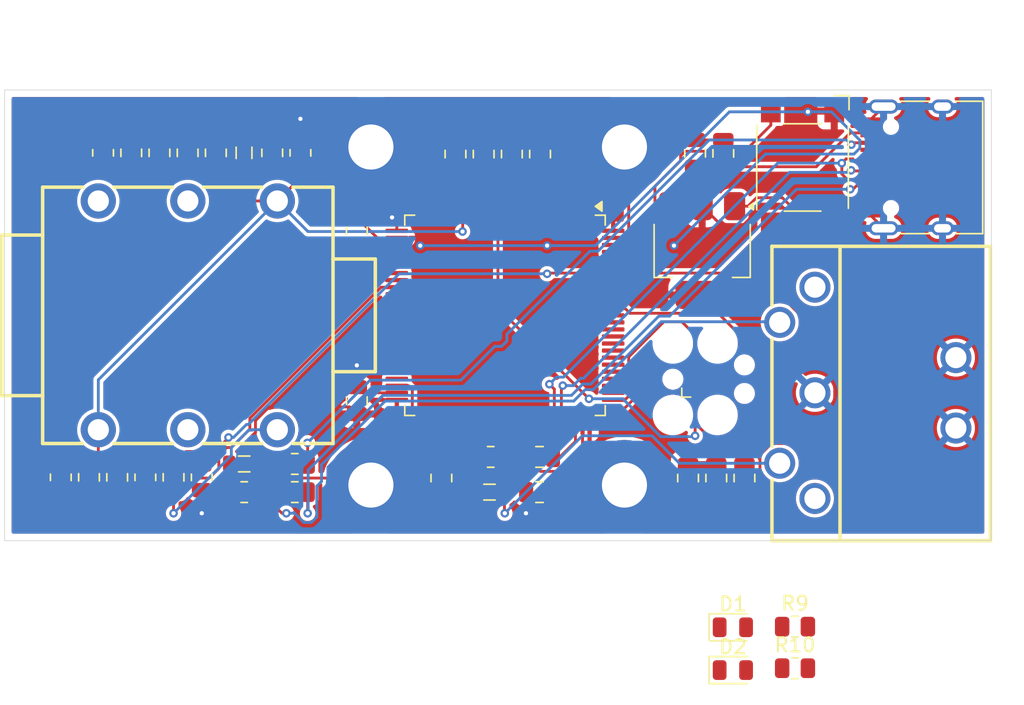
<source format=kicad_pcb>
(kicad_pcb (version 20241229) (generator "pcbnew") (generator_version "9.0")
  (layers (0 "F.Cu" signal) (2 "B.Cu" signal) (13 "F.Paste" user) (15 "B.Paste" user) (5 "F.SilkS" user "F.Silkscreen") (7 "B.SilkS" user "B.Silkscreen") (1 "F.Mask" user) (3 "B.Mask" user) (25 "Edge.Cuts" user))
  (net 0 "")
  (net 1 "GND")
  (net 2 "+3V3")
  (net 3 "Net-(J1-~{RESET})")
  (net 4 "SWO")
  (net 5 "SWDIO")
  (net 6 "SWCLK")
  (net 7 "Net-(CN1-T)")
  (net 13 "Net-(C14-Pad1)")
  (net 14 "Net-(C16-Pad1)")
  (net 16 "Net-(U3-VI)")
  (net 17 "Net-(U2-PB0)")
  (net 18 "Net-(U2-PC4)")
  (net 19 "Net-(U2-PA7)")
  (net 20 "Net-(J2-CC2)")
  (net 22 "Net-(U2-PA11)")
  (net 23 "Net-(U2-PA9)")
  (net 24 "Net-(U2-BOOT0)")
  (net 32 "Net-(U2-PA12)")
  (net 39 "Net-(J2-CC1)")
  (net 78 "Net-(D1-A)")
  (net 84 "Net-(U2-PC5)")
  (net 88 "Net-(D2-A)")
  (net 100 "Net-(FB2-Pad1)")
  (net 101 "Net-(FB2-Pad2)")
  (net 102 "Net-(FB3-Pad2)")
  (net 103 "Net-(FB3-Pad1)")
  (net 104 "Net-(U2-VDDA)")
  (net 105 "VDDA")
  (net 106 "GNDA")
  (net 107 "Net-(U2-PC8)")
  (net 108 "Net-(U2-PC9)")
  (footprint "Resistor_SMD:R_0805_2012Metric" (layer "F.Cu") (at 19 42.45 90)
    (property "Reference" "R7" (hide yes))
    (property "Value" "100K")
  )
  (footprint "Button_Switch_SMD:SW_SPST_Omron_B3FS-100xP" (layer "F.Cu") (at 71.62 20.45 -90)
    (property "Reference" "SW1" (hide yes))
    (property "Value" "SW_Omron_B3FS")
  )
  (footprint "Resistor_SMD:R_0805_2012Metric" (layer "F.Cu") (at 35.6 43.5 180)
    (property "Reference" "R5" (hide yes))
    (property "Value" "5.1K")
  )
  (footprint "MountingHole:MountingHole_3.2mm_M3_Pad" (layer "F.Cu") (at 41 19)
    (property "Reference" "H1" (hide yes))
    (property "Value" "MountingHole_Pad")
  )
  (footprint "Capacitor_SMD:C_0805_2012Metric" (layer "F.Cu") (at 52.9625 41 180)
    (property "Reference" "C16" (hide yes))
    (property "Value" "2.2uF")
  )
  (footprint "Resistor_SMD:R_0805_2012Metric" (layer "F.Cu") (at 32.0125 43.5)
    (property "Reference" "R1" (hide yes))
    (property "Value" "33")
  )
  (footprint "Capacitor_SMD:C_0805_2012Metric" (layer "F.Cu") (at 40 24.95 90)
    (property "Reference" "C11" (hide yes))
    (property "Value" "100pF")
  )
  (footprint "MountingHole:MountingHole_3.2mm_M3_Pad" (layer "F.Cu") (at 41 43)
    (property "Reference" "H3" (hide yes))
    (property "Value" "MountingHole_Pad")
  )
  (footprint "Capacitor_SMD:C_0805_2012Metric" (layer "F.Cu") (at 34 19.4125 90)
    (property "Reference" "C18" (hide yes))
    (property "Value" "100nF")
  )
  (footprint "Capacitor_SMD:C_0805_2012Metric" (layer "F.Cu") (at 63.5 42.5 -90)
    (property "Reference" "C22" (hide yes))
    (property "Value" "4.7uF")
  )
  (footprint "Capacitor_SMD:C_0805_2012Metric" (layer "F.Cu") (at 24 19.4125 -90)
    (property "Reference" "C4" (hide yes))
    (property "Value" "1uF")
  )
  (footprint "Package_TO_SOT_SMD:SOT-223-3_TabPin2" (layer "F.Cu") (at 64.5 26.35 -90)
    (property "Reference" "U3" (hide yes))
    (property "Value" "AMS1117-3.3")
  )
  (footprint "Resistor_SMD:R_0805_2012Metric" (layer "F.Cu") (at 71.0875 53.05)
    (property "Reference" "R9")
    (property "Value" "1K")
  )
  (footprint "Capacitor_SMD:C_0805_2012Metric" (layer "F.Cu") (at 28 19.4125 -90)
    (property "Reference" "C1" (hide yes))
    (property "Value" "1uF")
  )
  (footprint "Capacitor_SMD:C_0805_2012Metric" (layer "F.Cu") (at 53 19.5 90)
    (property "Reference" "C13" (hide yes))
    (property "Value" "100nF")
  )
  (footprint "Inductor_SMD:L_0805_2012Metric" (layer "F.Cu") (at 49.4125 43.5)
    (property "Reference" "FB3" (hide yes))
    (property "Value" "600@100MHz")
  )
  (footprint "Inductor_SMD:L_0805_2012Metric" (layer "F.Cu") (at 32 19.4125 90)
    (property "Reference" "FB1" (hide yes))
    (property "Value" "600@100MHz")
  )
  (footprint "Capacitor_SMD:C_0805_2012Metric" (layer "F.Cu") (at 66 19.45 90)
    (property "Reference" "C8" (hide yes))
    (property "Value" "10uF")
  )
  (footprint "Capacitor_SMD:C_0805_2012Metric" (layer "F.Cu") (at 51 19.5 90)
    (property "Reference" "C20" (hide yes))
    (property "Value" "100nF")
  )
  (footprint "Capacitor_SMD:C_0805_2012Metric" (layer "F.Cu") (at 27 42.45 90)
    (property "Reference" "C12" (hide yes))
    (property "Value" "1uF")
  )
  (footprint "Resistor_SMD:R_0805_2012Metric" (layer "F.Cu") (at 71.0875 56)
    (property "Reference" "R10")
    (property "Value" "1K")
  )
  (footprint "Resistor_SMD:R_0805_2012Metric" (layer "F.Cu") (at 36 19.4125 -90)
    (property "Reference" "R11" (hide yes))
    (property "Value" "0")
  )
  (footprint "audio:AUDIO-TH_NMJ6HCD2" (layer "F.Cu") (at 28.0125 30.95 180)
    (property "Reference" "CN1" (hide yes))
    (property "Value" "NMJ6HCD2")
  )
  (footprint "Inductor_SMD:L_0805_2012Metric" (layer "F.Cu") (at 32.0125 41.5)
    (property "Reference" "FB2" (hide yes))
    (property "Value" "600@100MHz")
  )
  (footprint "Capacitor_SMD:C_0805_2012Metric" (layer "F.Cu") (at 21 42.45 90)
    (property "Reference" "C9" (hide yes))
    (property "Value" "1uF")
  )
  (footprint "MountingHole:MountingHole_3.2mm_M3_Pad" (layer "F.Cu") (at 58.9875 43)
    (property "Reference" "H4" (hide yes))
    (property "Value" "MountingHole_Pad")
  )
  (footprint "Package_QFP:LQFP-100_14x14mm_P0.5mm" (layer "F.Cu") (at 50.5125 30.95 -90)
    (property "Reference" "U2" (hide yes))
    (property "Value" "STM32H743VGTx")
  )
  (footprint "LED_SMD:LED_0805_2012Metric" (layer "F.Cu") (at 66.6775 53.095)
    (property "Reference" "D1")
    (property "Value" "LED")
  )
  (footprint "Capacitor_SMD:C_0805_2012Metric" (layer "F.Cu") (at 49 19.5 90)
    (property "Reference" "C17" (hide yes))
    (property "Value" "100nF")
  )
  (footprint "Capacitor_SMD:C_0805_2012Metric" (layer "F.Cu") (at 67.5 42.5 90)
    (property "Reference" "C3" (hide yes))
    (property "Value" "100nF")
  )
  (footprint "Capacitor_SMD:C_0805_2012Metric" (layer "F.Cu") (at 40 37 90)
    (property "Reference" "C15" (hide yes))
    (property "Value" "100nF")
  )
  (footprint "MountingHole:MountingHole_3.2mm_M3_Pad" (layer "F.Cu") (at 58.9875 19)
    (property "Reference" "H2" (hide yes))
    (property "Value" "MountingHole_Pad")
  )
  (footprint "Capacitor_SMD:C_0805_2012Metric" (layer "F.Cu") (at 47 19.5 90)
    (property "Reference" "C21" (hide yes))
    (property "Value" "100nF")
  )
  (footprint "Capacitor_SMD:C_0805_2012Metric" (layer "F.Cu") (at 23 42.45 90)
    (property "Reference" "C7" (hide yes))
    (property "Value" "100nF")
  )
  (footprint "Resistor_SMD:R_0805_2012Metric" (layer "F.Cu") (at 22 19.4125 -90)
    (property "Reference" "R6" (hide yes))
    (property "Value" "100K")
  )
  (footprint "Resistor_SMD:R_0805_2012Metric" (layer "F.Cu") (at 49.5 41)
    (property "Reference" "R3" (hide yes))
    (property "Value" "10")
  )
  (footprint "LED_SMD:LED_0805_2012Metric" (layer "F.Cu") (at 66.6775 56.135)
    (property "Reference" "D2")
    (property "Value" "LED")
  )
  (footprint "Resistor_SMD:R_0805_2012Metric" (layer "F.Cu") (at 35.6 41.5 180)
    (property "Reference" "R4" (hide yes))
    (property "Value" "5.1K")
  )
  (footprint "Capacitor_SMD:C_0805_2012Metric" (layer "F.Cu") (at 52.9625 43.5 180)
    (property "Reference" "C19" (hide yes))
    (property "Value" "100nF")
  )
  (footprint "Resistor_SMD:R_0805_2012Metric" (layer "F.Cu") (at 29 42.45 -90)
    (property "Reference" "R2" (hide yes))
    (property "Value" "10K")
  )
  (footprint "Capacitor_SMD:C_0805_2012Metric" (layer "F.Cu") (at 26 19.4125 -90)
    (property "Reference" "C5" (hide yes))
    (property "Value" "100nF")
  )
  (footprint "Capacitor_SMD:C_0805_2012Metric" (layer "F.Cu") (at 64 19.45 90)
    (property "Reference" "C6" (hide yes))
    (property "Value" "100nF")
  )
  (footprint "Capacitor_SMD:C_0805_2012Metric" (layer "F.Cu") (at 46 42.5 -90)
    (property "Reference" "C14" (hide yes))
    (property "Value" "2.2uF")
  )
  (footprint "Connector:Tag-Connect_TC2030-IDC-FP_2x03_P1.27mm_Vertical" (layer "F.Cu") (at 64.96 35.484)
    (property "Reference" "J1" (hide yes))
    (property "Value" "Conn_ARM_SWD_TagConnect_TC2030")
  )
  (footprint "Resistor_SMD:R_0805_2012Metric" (layer "F.Cu") (at 25 42.45 -90)
    (property "Reference" "R8" (hide yes))
    (property "Value" "100K")
  )
  (footprint "Capacitor_SMD:C_0805_2012Metric" (layer "F.Cu") (at 30 19.4125 -90)
    (property "Reference" "C2" (hide yes))
    (property "Value" "100nF")
  )
  (footprint "din5:CONN-TH_DIN-504D-M5" (layer "F.Cu") (at 76.25 36.45 90)
    (property "Reference" "U1" (hide yes))
    (property "Value" "DIN-504D-M5")
  )
  (footprint "Capacitor_SMD:C_0805_2012Metric" (layer "F.Cu") (at 65.5 42.5 -90)
    (property "Reference" "C10" (hide yes))
    (property "Value" "10uF")
  )
  (footprint "Connector_USB:USB_C_Receptacle_HRO_TYPE-C-31-M-12" (layer "F.Cu") (at 80.5 20.45 90)
    (property "Reference" "J2" (hide yes))
    (property "Value" "USB_C_Receptacle_USB2.0_16P")
  )
  (gr_rect (start 15.0125 14.95) (end 85.0125 46.95) (stroke (width 0.05)) (fill no) (layer "Edge.Cuts"))
  (segment (start 76.455 23.855) (end 77.37 24.77) (width 0.2) (layer "F.Cu") (net 1))
  (segment (start 52.0125 44.9875) (end 52 45) (width 0.2) (layer "F.Cu") (net 1))
  (segment (start 76.455 23.7) (end 76.455 23.855) (width 0.2) (layer "F.Cu") (net 1))
  (segment (start 34 18.4625) (end 35.9625 18.4625) (width 0.2) (layer "F.Cu") (net 1))
  (segment (start 56.0125 38.625) (end 56.0125 40.41116) (width 0.2) (layer "F.Cu") (net 1))
  (segment (start 35.6875 42.5) (end 40.5 42.5) (width 0.2) (layer "F.Cu") (net 1))
  (segment (start 40.5 42.5) (end 41 43) (width 0.2) (layer "F.Cu") (net 1))
  (segment (start 59.2885 19.301) (end 58.9875 19) (width 0.2) (layer "F.Cu") (net 1))
  (segment (start 46 43.45) (end 41.45 43.45) (width 0.2) (layer "F.Cu") (net 1))
  (segment (start 71.400001 35.350001) (end 72.5 36.45) (width 0.2) (layer "F.Cu") (net 1))
  (segment (start 52.0125 43.5) (end 52.0125 44.9875) (width 0.2) (layer "F.Cu") (net 1))
  (segment (start 53.0385 42.026) (end 52.0125 41) (width 0.2) (layer "F.Cu") (net 1))
  (segment (start 70.187686 22.6) (end 70.787686 23.2) (width 0.2) (layer "F.Cu") (net 1))
  (segment (start 34.6875 41.5) (end 34.6875 43.5) (width 0.2) (layer "F.Cu") (net 1))
  (segment (start 58.5375 18.55) (end 58.9875 19) (width 0.2) (layer "F.Cu") (net 1))
  (segment (start 66.998999 35.350001) (end 71.400001 35.350001) (width 0.2) (layer "F.Cu") (net 1))
  (segment (start 40.4 36.45) (end 40 36.05) (width 0.2) (layer "F.Cu") (net 1))
  (segment (start 52.0125 23.275) (end 52.0125 22.441176) (width 0.2) (layer "F.Cu") (net 1))
  (segment (start 54.39766 42.026) (end 53.0385 42.026) (width 0.2) (layer "F.Cu") (net 1))
  (segment (start 66.23 36.119) (end 66.998999 35.350001) (width 0.2) (layer "F.Cu") (net 1))
  (segment (start 74.722 23.2) (end 75.222 23.7) (width 0.2) (layer "F.Cu") (net 1))
  (segment (start 43.251 21.251) (end 41 19) (width 0.2) (layer "F.Cu") (net 1))
  (segment (start 56.0125 40.41116) (end 54.39766 42.026) (width 0.2) (layer "F.Cu") (net 1))
  (segment (start 40 36.05) (end 40 34.5) (width 0.2) (layer "F.Cu") (net 1))
  (segment (start 68.354112 22.6) (end 70.187686 22.6) (width 0.2) (layer "F.Cu") (net 1))
  (segment (start 67.5 43.45) (end 59.4375 43.45) (width 0.2) (layer "F.Cu") (net 1))
  (segment (start 34.6875 41.5) (end 35.6875 42.5) (width 0.2) (layer "F.Cu") (net 1))
  (segment (start 66.8 23.2) (end 67.754112 23.2) (width 0.2) (layer "F.Cu") (net 1))
  (segment (start 76.455 17.2) (end 76.455 17.045) (width 0.2) (layer "F.Cu") (net 1))
  (segment (start 41.45 43.45) (end 41 43) (width 0.2) (layer "F.Cu") (net 1))
  (segment (start 66 18.5) (end 59.4875 18.5) (width 0.2) (layer "F.Cu") (net 1))
  (segment (start 76.455 17.045) (end 77.37 16.13) (width 0.2) (layer "F.Cu") (net 1))
  (segment (start 42.8375 36.45) (end 40.4 36.45) (width 0.2) (layer "F.Cu") (net 1))
  (segment (start 36 18.5) (end 36 17) (width 0.2) (layer "F.Cu") (net 1))
  (segment (start 70.787686 23.2) (end 74.722 23.2) (width 0.2) (layer "F.Cu") (net 1))
  (segment (start 59.4875 18.5) (end 58.9875 19) (width 0.2) (layer "F.Cu") (net 1))
  (segment (start 52.0125 41) (end 52.0125 43.5) (width 0.2) (layer "F.Cu") (net 1))
  (segment (start 52.0125 22.441176) (end 50.822324 21.251) (width 0.2) (layer "F.Cu") (net 1))
  (segment (start 67.754112 23.2) (end 68.354112 22.6) (width 0.2) (layer "F.Cu") (net 1))
  (segment (start 42.8375 24.95) (end 42.8375 24.3375) (width 0.2) (layer "F.Cu") (net 1))
  (segment (start 50.822324 21.251) (end 43.251 21.251) (width 0.2) (layer "F.Cu") (net 1))
  (segment (start 59.2885 25.182824) (end 59.2885 19.301) (width 0.2) (layer "F.Cu") (net 1))
  (segment (start 75.222 23.7) (end 76.455 23.7) (width 0.2) (layer "F.Cu") (net 1))
  (segment (start 42.8375 24.3375) (end 42.5 24) (width 0.2) (layer "F.Cu") (net 1))
  (segment (start 58.1875 25.45) (end 59.021324 25.45) (width 0.2) (layer "F.Cu") (net 1))
  (segment (start 35.9625 18.4625) (end 36 18.5) (width 0.2) (layer "F.Cu") (net 1))
  (segment (start 29 43.3625) (end 29 45) (width 0.2) (layer "F.Cu") (net 1))
  (segment (start 59.021324 25.45) (end 59.2885 25.182824) (width 0.2) (layer "F.Cu") (net 1))
  (segment (start 59.4375 43.45) (end 58.9875 43) (width 0.2) (layer "F.Cu") (net 1))
  (segment (start 47 18.55) (end 58.5375 18.55) (width 0.2) (layer "F.Cu") (net 1))
  (via (at 40 34.5) (size 0.6) (drill 0.3) (layers "F.Cu" "B.Cu") (net 1))
  (via (at 52 45) (size 0.6) (drill 0.3) (layers "F.Cu" "B.Cu") (net 1))
  (via (at 29 45) (size 0.6) (drill 0.3) (layers "F.Cu" "B.Cu") (net 1))
  (via (at 36 17) (size 0.6) (drill 0.3) (layers "F.Cu" "B.Cu") (net 1))
  (via (at 42.5 24) (size 0.6) (drill 0.3) (layers "F.Cu" "B.Cu") (net 1))
  (segment (start 34.35 44.952) (end 34.35 45.269239) (width 0.2) (layer "B.Cu") (net 1))
  (segment (start 33.28344 41.722257) (end 32.931383 42.074314) (width 0.2) (layer "B.Cu") (net 1))
  (segment (start 34.35 45.269239) (end 34.730761 45.65) (width 0.2) (layer "B.Cu") (net 1))
  (segment (start 35.048 45.65) (end 35.747 46.349) (width 0.2) (layer "B.Cu") (net 1))
  (segment (start 32.931383 42.074314) (end 32.931383 43.533383) (width 0.2) (layer "B.Cu") (net 1))
  (segment (start 34.730761 45.65) (end 35.048 45.65) (width 0.2) (layer "B.Cu") (net 1))
  (segment (start 33.903689 41.722257) (end 33.28344 41.722257) (width 0.2) (layer "B.Cu") (net 1))
  (segment (start 37.651 46.349) (end 41 43) (width 0.2) (layer "B.Cu") (net 1))
  (segment (start 40 34.5) (end 40 35.625946) (width 0.2) (layer "B.Cu") (net 1))
  (segment (start 32.931383 43.533383) (end 34.35 44.952) (width 0.2) (layer "B.Cu") (net 1))
  (segment (start 35.747 46.349) (end 37.651 46.349) (width 0.2) (layer "B.Cu") (net 1))
  (segment (start 40 35.625946) (end 33.903689 41.722257) (width 0.2) (layer "B.Cu") (net 1))
  (segment (start 32.8115 39.257797) (end 32.8115 38.427554) (width 0.2) (layer "F.Cu") (net 2))
  (segment (start 31.899527 40.16977) (end 32.8115 39.257797) (width 0.2) (layer "F.Cu") (net 2))
  (segment (start 70.369586 23.349) (end 68.170797 23.349) (width 0.2) (layer "F.Cu") (net 2))
  (segment (start 68.170797 23.785211) (end 67.455008 24.501) (width 0.2) (layer "F.Cu") (net 2))
  (segment (start 65.5 41.55) (end 66.301 42.351) (width 0.2) (layer "F.Cu") (net 2))
  (segment (start 70.882314 40.049) (end 73.901 37.030314) (width 0.2) (layer "F.Cu") (net 2))
  (segment (start 65.801 24.501) (end 64.5 23.2) (width 0.2) (layer "F.Cu") (net 2))
  (segment (start 73.87 24.45) (end 71.470586 24.45) (width 0.2) (layer "F.Cu") (net 2))
  (segment (start 68.170797 23.349) (end 68.170797 23.785211) (width 0.2) (layer "F.Cu") (net 2))
  (segment (start 68.278314 42.351) (end 68.599 42.030314) (width 0.2) (layer "F.Cu") (net 2))
  (segment (start 39.500062 37.450062) (end 40 37.95) (width 0.2) (layer "F.Cu") (net 2))
  (segment (start 33.8875 20.475) (end 34 20.3625) (width 0.2) (layer "F.Cu") (net 2))
  (segment (start 63.4787 36.3303) (end 60.77381 36.3303) (width 0.2) (layer "F.Cu") (net 2))
  (segment (start 56.5125 40.523838) (end 56.5125 38.625) (width 0.2) (layer "F.Cu") (net 2))
  (segment (start 58.47911 38.625) (end 56.5125 38.625) (width 0.2) (layer "F.Cu") (net 2))
  (segment (start 69.419686 40.049) (end 70.882314 40.049) (width 0.2) (layer "F.Cu") (net 2))
  (segment (start 32 20.475) (end 33.8875 20.475) (width 0.2) (layer "F.Cu") (net 2))
  (segment (start 53.9125 43.5) (end 53.9125 43.123838) (width 0.2) (layer "F.Cu") (net 2))
  (segment (start 68.599 40.869686) (end 69.419686 40.049) (width 0.2) (layer "F.Cu") (net 2))
  (segment (start 32.925 42.944712) (end 31.899527 41.919239) (width 0.2) (layer "F.Cu") (net 2))
  (segment (start 71.470586 24.45) (end 70.369586 23.349) (width 0.2) (layer "F.Cu") (net 2))
  (segment (start 32.8115 38.427554) (end 33.788992 37.450062) (width 0.2) (layer "F.Cu") (net 2))
  (segment (start 32.925 43.5) (end 32.925 42.944712) (width 0.2) (layer "F.Cu") (net 2))
  (segment (start 68.599 42.030314) (end 68.599 40.869686) (width 0.2) (layer "F.Cu") (net 2))
  (segment (start 47 20.45) (end 53 20.45) (width 0.2) (layer "F.Cu") (net 2))
  (segment (start 60.77381 36.3303) (end 58.47911 38.625) (width 0.2) (layer "F.Cu") (net 2))
  (segment (start 31.899527 41.919239) (end 31.899527 40.16977) (width 0.2) (layer "F.Cu") (net 2))
  (segment (start 73.901 37.030314) (end 73.901 33.369686) (width 0.2) (layer "F.Cu") (net 2))
  (segment (start 33.788992 37.450062) (end 39.500062 37.450062) (width 0.2) (layer "F.Cu") (net 2))
  (segment (start 53.9125 43.123838) (end 56.5125 40.523838) (width 0.2) (layer "F.Cu") (net 2))
  (segment (start 67.455008 24.501) (end 65.801 24.501) (width 0.2) (layer "F.Cu") (net 2))
  (segment (start 66.301 42.351) (end 68.278314 42.351) (width 0.2) (layer "F.Cu") (net 2))
  (segment (start 73.901 33.369686) (end 70.031314 29.5) (width 0.2) (layer "F.Cu") (net 2))
  (segment (start 70.031314 29.5) (end 64.5 29.5) (width 0.2) (layer "F.Cu") (net 2))
  (segment (start 65.5 41.55) (end 63.5 41.55) (width 0.2) (layer "F.Cu") (net 2))
  (segment (start 63.69 36.119) (end 63.4787 36.3303) (width 0.2) (layer "F.Cu") (net 2))
  (via (at 72 16.5) (size 0.6) (drill 0.3) (layers "F.Cu" "B.Cu") (net 2))
  (via (at 44.5 26) (size 0.6) (drill 0.3) (layers "F.Cu" "B.Cu") (net 2))
  (via (at 62.5 26) (size 0.6) (drill 0.3) (layers "F.Cu" "B.Cu") (net 2))
  (via (at 53.5 26) (size 0.6) (drill 0.3) (layers "F.Cu" "B.Cu") (net 2))
  (segment (start 69 19.5) (end 62.5 26) (width 0.2) (layer "B.Cu") (net 2))
  (segment (start 75.685951 19.083232) (end 75.269183 19.5) (width 0.2) (layer "B.Cu") (net 2))
  (segment (start 72 16.5) (end 73.669902 16.5) (width 0.2) (layer "B.Cu") (net 2))
  (segment (start 44.5 26) (end 53.5 26) (width 0.2) (layer "B.Cu") (net 2))
  (segment (start 73.669902 16.5) (end 75.685951 18.516049) (width 0.2) (layer "B.Cu") (net 2))
  (segment (start 56.938662 26) (end 66.438662 16.5) (width 0.2) (layer "B.Cu") (net 2))
  (segment (start 75.269183 19.5) (end 69 19.5) (width 0.2) (layer "B.Cu") (net 2))
  (segment (start 53.5 26) (end 56.938662 26) (width 0.2) (layer "B.Cu") (net 2))
  (segment (start 75.685951 18.516049) (end 75.685951 19.083232) (width 0.2) (layer "B.Cu") (net 2))
  (segment (start 66.438662 16.5) (end 72 16.5) (width 0.2) (layer "B.Cu") (net 2))
  (segment (start 64.96 36.119) (end 64.05655 37.02245) (width 0.2) (layer "F.Cu") (net 3))
  (segment (start 66.699 40.749) (end 67.5 41.55) (width 0.2) (layer "F.Cu") (net 3))
  (segment (start 64 39.5) (end 64 38.717797) (width 0.2) (layer "F.Cu") (net 3))
  (segment (start 50.0125 23.275) (end 50.0125 30.416781) (width 0.2) (layer "F.Cu") (net 3))
  (segment (start 50.0125 30.416781) (end 56.469719 36.874) (width 0.2) (layer "F.Cu") (net 3))
  (segment (start 64.05655 38.661247) (end 66.144303 40.749) (width 0.2) (layer "F.Cu") (net 3))
  (segment (start 64.05655 37.02245) (end 64.05655 38.661247) (width 0.2) (layer "F.Cu") (net 3))
  (segment (start 66.144303 40.749) (end 66.699 40.749) (width 0.2) (layer "F.Cu") (net 3))
  (segment (start 64 38.717797) (end 64.05655 38.661247) (width 0.2) (layer "F.Cu") (net 3))
  (via (at 64 39.5) (size 0.6) (drill 0.3) (layers "F.Cu" "B.Cu") (net 3))
  (via (at 56.469719 36.874) (size 0.6) (drill 0.3) (layers "F.Cu" "B.Cu") (net 3))
  (segment (start 63.93755 39.56245) (end 61.56245 39.56245) (width 0.2) (layer "B.Cu") (net 3))
  (segment (start 58.874 36.874) (end 56.469719 36.874) (width 0.2) (layer "B.Cu") (net 3))
  (segment (start 61.56245 39.56245) (end 58.874 36.874) (width 0.2) (layer "B.Cu") (net 3))
  (segment (start 64 39.5) (end 63.93755 39.56245) (width 0.2) (layer "B.Cu") (net 3))
  (segment (start 65.627697 30.801) (end 59.372324 30.801) (width 0.2) (layer "F.Cu") (net 4))
  (segment (start 67.13345 32.306753) (end 65.627697 30.801) (width 0.2) (layer "F.Cu") (net 4))
  (segment (start 59.372324 30.801) (end 59.021324 30.45) (width 0.2) (layer "F.Cu") (net 4))
  (segment (start 66.23 34.849) (end 66.23 34.541151) (width 0.2) (layer "F.Cu") (net 4))
  (segment (start 59.021324 30.45) (end 58.1875 30.45) (width 0.2) (layer "F.Cu") (net 4))
  (segment (start 66.23 34.541151) (end 67.13345 33.637701) (width 0.2) (layer "F.Cu") (net 4))
  (segment (start 67.13345 33.637701) (end 67.13345 32.306753) (width 0.2) (layer "F.Cu") (net 4))
  (segment (start 55.279676 37.524) (end 55.0125 37.791176) (width 0.2) (layer "F.Cu") (net 5))
  (segment (start 59.014424 37.524) (end 55.279676 37.524) (width 0.2) (layer "F.Cu") (net 5))
  (segment (start 63.4787 34.6377) (end 62.069451 34.6377) (width 0.2) (layer "F.Cu") (net 5))
  (segment (start 62.069451 34.6377) (end 60.776851 35.9303) (width 0.2) (layer "F.Cu") (net 5))
  (segment (start 55.0125 37.791176) (end 55.0125 38.625) (width 0.2) (layer "F.Cu") (net 5))
  (segment (start 60.608124 35.9303) (end 59.014424 37.524) (width 0.2) (layer "F.Cu") (net 5))
  (segment (start 63.69 34.849) (end 63.4787 34.6377) (width 0.2) (layer "F.Cu") (net 5))
  (segment (start 60.776851 35.9303) (end 60.608124 35.9303) (width 0.2) (layer "F.Cu") (net 5))
  (segment (start 61.782753 31.40555) (end 59.2885 33.899803) (width 0.2) (layer "F.Cu") (net 6))
  (segment (start 63.057247 31.40555) (end 61.782753 31.40555) (width 0.2) (layer "F.Cu") (net 6))
  (segment (start 64.96 34.849) (end 63.95845 33.84745) (width 0.2) (layer "F.Cu") (net 6))
  (segment (start 63.95845 33.84745) (end 63.95845 32.306753) (width 0.2) (layer "F.Cu") (net 6))
  (segment (start 59.2885 36.682824) (end 59.070324 36.901) (width 0.2) (layer "F.Cu") (net 6))
  (segment (start 63.95845 32.306753) (end 63.057247 31.40555) (width 0.2) (layer "F.Cu") (net 6))
  (segment (start 58.2365 36.901) (end 58.1875 36.95) (width 0.2) (layer "F.Cu") (net 6))
  (segment (start 59.070324 36.901) (end 58.2365 36.901) (width 0.2) (layer "F.Cu") (net 6))
  (segment (start 59.2885 33.899803) (end 59.2885 36.682824) (width 0.2) (layer "F.Cu") (net 6))
  (segment (start 27 43.4) (end 27 45) (width 0.2) (layer "F.Cu") (net 7))
  (via (at 27 45) (size 0.6) (drill 0.3) (layers "F.Cu" "B.Cu") (net 7))
  (segment (start 31.099 40.3339) (end 32.3339 39.099) (width 0.2) (layer "B.Cu") (net 7))
  (segment (start 31.099 40.901) (end 31.099 40.3339) (width 0.2) (layer "B.Cu") (net 7))
  (segment (start 27 45) (end 31.099 40.901) (width 0.2) (layer "B.Cu") (net 7))
  (segment (start 32.594734 39.07) (end 34.3625 39.07) (width 0.2) (layer "B.Cu") (net 7))
  (segment (start 32.565734 39.099) (end 32.594734 39.07) (width 0.2) (layer "B.Cu") (net 7))
  (segment (start 32.3339 39.099) (end 32.565734 39.099) (width 0.2) (layer "B.Cu") (net 7))
  (segment (start 43.671324 35.95) (end 42.8375 35.95) (width 0.2) (layer "F.Cu") (net 13))
  (segment (start 46 41.55) (end 43.9385 39.4885) (width 0.2) (layer "F.Cu") (net 13))
  (segment (start 43.9385 39.4885) (end 43.9385 36.217176) (width 0.2) (layer "F.Cu") (net 13))
  (segment (start 43.9385 36.217176) (end 43.671324 35.95) (width 0.2) (layer "F.Cu") (net 13))
  (segment (start 55.5125 39.9) (end 55.5125 38.625) (width 0.2) (layer "F.Cu") (net 14))
  (segment (start 54.4125 41) (end 55.5125 39.9) (width 0.2) (layer "F.Cu") (net 14))
  (segment (start 53.9125 41) (end 54.4125 41) (width 0.2) (layer "F.Cu") (net 14))
  (segment (start 62.2 22.2) (end 64 20.4) (width 0.2) (layer "F.Cu") (net 16))
  (segment (start 77.882 18.65) (end 77.232 18) (width 0.2) (layer "F.Cu") (net 16))
  (segment (start 76.455 22.9) (end 77.38 22.9) (width 0.2) (layer "F.Cu") (net 16))
  (segment (start 76.455 18) (end 75 18) (width 0.2) (layer "F.Cu") (net 16))
  (segment (start 77.882 22.398) (end 77.882 18.65) (width 0.2) (layer "F.Cu") (net 16))
  (segment (start 75 18) (end 72.6 20.4) (width 0.2) (layer "F.Cu") (net 16))
  (segment (start 77.232 18) (end 76.455 18) (width 0.2) (layer "F.Cu") (net 16))
  (segment (start 62.2 23.2) (end 62.2 22.2) (width 0.2) (layer "F.Cu") (net 16))
  (segment (start 77.38 22.9) (end 77.882 22.398) (width 0.2) (layer "F.Cu") (net 16))
  (segment (start 72.6 20.4) (end 64 20.4) (width 0.2) (layer "F.Cu") (net 16))
  (segment (start 32.4115 38.261868) (end 41.723369 28.95) (width 0.2) (layer "F.Cu") (net 17))
  (segment (start 29.53616 42.5) (end 30.2115 41.82466) (width 0.2) (layer "F.Cu") (net 17))
  (segment (start 17.999 42.3615) (end 19 43.3625) (width 0.2) (layer "F.Cu") (net 17))
  (segment (start 30.2115 40.8974) (end 30.774585 40.334315) (width 0.2) (layer "F.Cu") (net 17))
  (segment (start 19 43.3625) (end 25 43.3625) (width 0.2) (layer "F.Cu") (net 17))
  (segment (start 31.1 40.334315) (end 32.4115 39.022815) (width 0.2) (layer "F.Cu") (net 17))
  (segment (start 25.8625 42.5) (end 29.53616 42.5) (width 0.2) (layer "F.Cu") (net 17))
  (segment (start 22 20.325) (end 21.3 20.325) (width 0.2) (layer "F.Cu") (net 17))
  (segment (start 32.4115 39.022815) (end 32.4115 38.261868) (width 0.2) (layer "F.Cu") (net 17))
  (segment (start 21.3 20.325) (end 17.999 23.626) (width 0.2) (layer "F.Cu") (net 17))
  (segment (start 25 43.3625) (end 25.8625 42.5) (width 0.2) (layer "F.Cu") (net 17))
  (segment (start 17.999 23.626) (end 17.999 42.3615) (width 0.2) (layer "F.Cu") (net 17))
  (segment (start 30.2115 41.82466) (end 30.2115 40.8974) (width 0.2) (layer "F.Cu") (net 17))
  (segment (start 41.723369 28.95) (end 42.8375 28.95) (width 0.2) (layer "F.Cu") (net 17))
  (segment (start 30.774585 40.334315) (end 31.1 40.334315) (width 0.2) (layer "F.Cu") (net 17))
  (segment (start 40 26.4) (end 41.55 27.95) (width 0.2) (layer "F.Cu") (net 18))
  (segment (start 40 25.9) (end 40 26.4) (width 0.2) (layer "F.Cu") (net 18))
  (segment (start 41.55 27.95) (end 42.8375 27.95) (width 0.2) (layer "F.Cu") (net 18))
  (segment (start 42.8375 27.45) (end 42.003676 27.45) (width 0.2) (layer "F.Cu") (net 19))
  (segment (start 42.003676 27.45) (end 41.5 26.946324) (width 0.2) (layer "F.Cu") (net 19))
  (segment (start 41.5 25.5) (end 40 24) (width 0.2) (layer "F.Cu") (net 19))
  (segment (start 41.5 26.946324) (end 41.5 25.5) (width 0.2) (layer "F.Cu") (net 19))
  (segment (start 36.5125 40.0125) (end 36.5 40) (width 0.2) (layer "F.Cu") (net 20))
  (segment (start 76.455 18.7) (end 75.21924 18.7) (width 0.2) (layer "F.Cu") (net 20))
  (segment (start 75.21924 18.7) (end 75.084951 18.834289) (width 0.2) (layer "F.Cu") (net 20))
  (segment (start 36.5125 41.5) (end 36.5125 40.0125) (width 0.2) (layer "F.Cu") (net 20))
  (via (at 36.5 40) (size 0.6) (drill 0.3) (layers "F.Cu" "B.Cu") (net 20))
  (via (at 75.084951 18.834289) (size 0.6) (drill 0.3) (layers "F.Cu" "B.Cu") (net 20))
  (segment (start 47.389824 35.548838) (end 49.788662 33.15) (width 0.2) (layer "B.Cu") (net 20))
  (segment (start 50.269239 33.15) (end 50.65 32.769239) (width 0.2) (layer "B.Cu") (net 20))
  (segment (start 36.5 40) (end 40.951162 35.548838) (width 0.2) (layer "B.Cu") (net 20))
  (segment (start 74.750662 18.5) (end 75.084951 18.834289) (width 0.2) (layer "B.Cu") (net 20))
  (segment (start 40.951162 35.548838) (end 47.389824 35.548838) (width 0.2) (layer "B.Cu") (net 20))
  (segment (start 56.538662 26.4) (end 57.104348 26.4) (width 0.2) (layer "B.Cu") (net 20))
  (segment (start 50.65 32.288662) (end 56.538662 26.4) (width 0.2) (layer "B.Cu") (net 20))
  (segment (start 50.65 32.769239) (end 50.65 32.288662) (width 0.2) (layer "B.Cu") (net 20))
  (segment (start 49.788662 33.15) (end 50.269239 33.15) (width 0.2) (layer "B.Cu") (net 20))
  (segment (start 65.004348 18.5) (end 74.750662 18.5) (width 0.2) (layer "B.Cu") (net 20))
  (segment (start 57.104348 26.4) (end 65.004348 18.5) (width 0.2) (layer "B.Cu") (net 20))
  (segment (start 54.0125 38.625) (end 54.0125 36.187239) (width 0.2) (layer "F.Cu") (net 22))
  (segment (start 76.455 21.2) (end 75.437994 21.2) (width 0.2) (layer "F.Cu") (net 22))
  (segment (start 74.40823 20.916708) (end 74.40823 20.14349) (width 0.2) (layer "F.Cu") (net 22))
  (segment (start 74.704537 19.847183) (end 74.40823 20.14349) (width 0.2) (layer "F.Cu") (net 22))
  (segment (start 74.795519 21.303997) (end 74.40823 20.916708) (width 0.2) (layer "F.Cu") (net 22))
  (segment (start 54.0125 36.187239) (end 53.66296 35.837699) (width 0.2) (layer "F.Cu") (net 22))
  (segment (start 75.437994 21.2) (end 75.333997 21.303997) (width 0.2) (layer "F.Cu") (net 22))
  (segment (start 75.333997 21.303997) (end 74.795519 21.303997) (width 0.2) (layer "F.Cu") (net 22))
  (segment (start 75.53 20.2) (end 75.177183 19.847183) (width 0.2) (layer "F.Cu") (net 22))
  (segment (start 76.455 20.2) (end 75.53 20.2) (width 0.2) (layer "F.Cu") (net 22))
  (segment (start 75.177183 19.847183) (end 74.704537 19.847183) (width 0.2) (layer "F.Cu") (net 22))
  (via (at 53.66296 35.837699) (size 0.6) (drill 0.3) (layers "F.Cu" "B.Cu") (net 22))
  (via (at 74.40823 20.14349) (size 0.6) (drill 0.3) (layers "F.Cu" "B.Cu") (net 22))
  (segment (start 69.85651 20.14349) (end 74.40823 20.14349) (width 0.2) (layer "B.Cu") (net 22))
  (segment (start 53.66296 35.837699) (end 54.16508 35.335579) (width 0.2) (layer "B.Cu") (net 22))
  (segment (start 54.16508 35.335579) (end 54.664421 35.335579) (width 0.2) (layer "B.Cu") (net 22))
  (segment (start 54.664421 35.335579) (end 69.85651 20.14349) (width 0.2) (layer "B.Cu") (net 22))
  (segment (start 51.4385 39.974) (end 52.497324 39.974) (width 0.2) (layer "F.Cu") (net 23))
  (segment (start 53.0125 39.458824) (end 53.0125 38.625) (width 0.2) (layer "F.Cu") (net 23))
  (segment (start 52.497324 39.974) (end 53.0125 39.458824) (width 0.2) (layer "F.Cu") (net 23))
  (segment (start 50.4125 41) (end 51.4385 39.974) (width 0.2) (layer "F.Cu") (net 23))
  (segment (start 63.28984 19.301) (end 67.519 19.301) (width 0.2) (layer "F.Cu") (net 24))
  (segment (start 58.1875 27.95) (end 53.55 27.95) (width 0.2) (layer "F.Cu") (net 24))
  (segment (start 61.149 25.822324) (end 61.149 21.789662) (width 0.2) (layer "F.Cu") (net 24))
  (segment (start 29.005715 41.5375) (end 30.897035 39.64618) (width 0.2) (layer "F.Cu") (net 24))
  (segment (start 58.1875 27.95) (end 65.87 27.95) (width 0.2) (layer "F.Cu") (net 24))
  (segment (start 58.1875 27.95) (end 59.021324 27.95) (width 0.2) (layer "F.Cu") (net 24))
  (segment (start 62.974 19.61684) (end 63.28984 19.301) (width 0.2) (layer "F.Cu") (net 24))
  (segment (start 53.55 27.95) (end 53.5 28) (width 0.2) (layer "F.Cu") (net 24))
  (segment (start 69.37 17.45) (end 69.37 16.45) (width 0.2) (layer "F.Cu") (net 24))
  (segment (start 59.021324 27.95) (end 61.149 25.822324) (width 0.2) (layer "F.Cu") (net 24))
  (segment (start 29 41.5375) (end 29.005715 41.5375) (width 0.2) (layer "F.Cu") (net 24))
  (segment (start 67.519 19.301) (end 69.37 17.45) (width 0.2) (layer "F.Cu") (net 24))
  (segment (start 30.897035 39.64618) (end 30.897035 39.619076) (width 0.2) (layer "F.Cu") (net 24))
  (segment (start 65.87 27.95) (end 69.37 24.45) (width 0.2) (layer "F.Cu") (net 24))
  (segment (start 62.974 19.964662) (end 62.974 19.61684) (width 0.2) (layer "F.Cu") (net 24))
  (segment (start 61.149 21.789662) (end 62.974 19.964662) (width 0.2) (layer "F.Cu") (net 24))
  (via (at 30.897035 39.619076) (size 0.6) (drill 0.3) (layers "F.Cu" "B.Cu") (net 24))
  (via (at 53.5 28) (size 0.6) (drill 0.3) (layers "F.Cu" "B.Cu") (net 24))
  (segment (start 43 28) (end 32.301 38.699) (width 0.2) (layer "B.Cu") (net 24))
  (segment (start 31.248138 39.619076) (end 30.897035 39.619076) (width 0.2) (layer "B.Cu") (net 24))
  (segment (start 32.168214 38.699) (end 31.248138 39.619076) (width 0.2) (layer "B.Cu") (net 24))
  (segment (start 32.301 38.699) (end 32.168214 38.699) (width 0.2) (layer "B.Cu") (net 24))
  (segment (start 53.5 28) (end 43 28) (width 0.2) (layer "B.Cu") (net 24))
  (segment (start 77.481 19.749) (end 77.481 20.651) (width 0.2) (layer "F.Cu") (net 32))
  (segment (start 76.455 20.7) (end 75.110761 20.7) (width 0.2) (layer "F.Cu") (net 32))
  (segment (start 77.432 19.7) (end 77.481 19.749) (width 0.2) (layer "F.Cu") (net 32))
  (segment (start 54.5125 36.039417) (end 54.613139 35.938778) (width 0.2) (layer "F.Cu") (net 32))
  (segment (start 54.5125 38.625) (end 54.5125 36.039417) (width 0.2) (layer "F.Cu") (net 32))
  (segment (start 76.455 19.7) (end 77.432 19.7) (width 0.2) (layer "F.Cu") (net 32))
  (segment (start 77.481 20.651) (end 77.432 20.7) (width 0.2) (layer "F.Cu") (net 32))
  (segment (start 75.110761 20.7) (end 75.064758 20.653997) (width 0.2) (layer "F.Cu") (net 32))
  (segment (start 77.432 20.7) (end 76.455 20.7) (width 0.2) (layer "F.Cu") (net 32))
  (via (at 54.613139 35.938778) (size 0.6) (drill 0.3) (layers "F.Cu" "B.Cu") (net 32))
  (via (at 75.064758 20.653997) (size 0.6) (drill 0.3) (layers "F.Cu" "B.Cu") (net 32))
  (segment (start 56.076 35.424) (end 70.699 20.801) (width 0.2) (layer "B.Cu") (net 32))
  (segment (start 55.869108 35.424001) (end 56.076 35.424) (width 0.2) (layer "B.Cu") (net 32))
  (segment (start 70.699 20.801) (end 74.917755 20.801) (width 0.2) (layer "B.Cu") (net 32))
  (segment (start 54.613139 35.938778) (end 55.354331 35.938778) (width 0.2) (layer "B.Cu") (net 32))
  (segment (start 55.354331 35.938778) (end 55.869108 35.424001) (width 0.2) (layer "B.Cu") (net 32))
  (segment (start 74.917755 20.801) (end 75.064758 20.653997) (width 0.2) (layer "B.Cu") (net 32))
  (segment (start 36.5125 43.5) (end 36.5125 45) (width 0.2) (layer "F.Cu") (net 39))
  (segment (start 75.50368 21.7) (end 75.20368 22) (width 0.2) (layer "F.Cu") (net 39))
  (segment (start 76.455 21.7) (end 75.50368 21.7) (width 0.2) (layer "F.Cu") (net 39))
  (segment (start 75.20368 22) (end 75 22) (width 0.2) (layer "F.Cu") (net 39))
  (via (at 36.5125 45) (size 0.6) (drill 0.3) (layers "F.Cu" "B.Cu") (net 39))
  (via (at 75 22) (size 0.6) (drill 0.3) (layers "F.Cu" "B.Cu") (net 39))
  (segment (start 41.847159 36.634579) (end 36.549816 41.931922) (width 0.2) (layer "B.Cu") (net 39))
  (segment (start 62.182753 31.00555) (end 61.42735 31.00555) (width 0.2) (layer "B.Cu") (net 39))
  (segment (start 71.188303 22) (end 62.182753 31.00555) (width 0.2) (layer "B.Cu") (net 39))
  (segment (start 55.224215 36.634579) (end 41.847159 36.634579) (width 0.2) (layer "B.Cu") (net 39))
  (segment (start 75 22) (end 71.188303 22) (width 0.2) (layer "B.Cu") (net 39))
  (segment (start 61.42735 31.00555) (end 56.6089 35.824) (width 0.2) (layer "B.Cu") (net 39))
  (segment (start 36.549816 44.962684) (end 36.5125 45) (width 0.2) (layer "B.Cu") (net 39))
  (segment (start 56.034794 35.824) (end 55.224215 36.634579) (width 0.2) (layer "B.Cu") (net 39))
  (segment (start 36.549816 41.931922) (end 36.549816 44.962684) (width 0.2) (layer "B.Cu") (net 39))
  (segment (start 56.6089 35.824) (end 56.034794 35.824) (width 0.2) (layer "B.Cu") (net 39))
  (segment (start 26.9625 41.5375) (end 27 41.5) (width 0.2) (layer "F.Cu") (net 84))
  (segment (start 27 41.5) (end 27.879 40.621) (width 0.2) (layer "F.Cu") (net 84))
  (segment (start 30.247035 39.730494) (end 30.247035 39.349837) (width 0.2) (layer "F.Cu") (net 84))
  (segment (start 30.247035 39.349837) (end 41.146872 28.45) (width 0.2) (layer "F.Cu") (net 84))
  (segment (start 29.356529 40.621) (end 30.247035 39.730494) (width 0.2) (layer "F.Cu") (net 84))
  (segment (start 41.146872 28.45) (end 42.8375 28.45) (width 0.2) (layer "F.Cu") (net 84))
  (segment (start 25 41.5375) (end 26.9625 41.5375) (width 0.2) (layer "F.Cu") (net 84))
  (segment (start 27.879 40.621) (end 29.356529 40.621) (width 0.2) (layer "F.Cu") (net 84))
  (segment (start 31.1 41.65) (end 30.95 41.5) (width 0.2) (layer "F.Cu") (net 100))
  (segment (start 31.1 43.5) (end 31.1 41.65) (width 0.2) (layer "F.Cu") (net 100))
  (segment (start 33.075 42.15134) (end 33.874 42.95034) (width 0.2) (layer "F.Cu") (net 101))
  (segment (start 34.68884 45) (end 35 45) (width 0.2) (layer "F.Cu") (net 101))
  (segment (start 33.075 41.5) (end 33.075 42.15134) (width 0.2) (layer "F.Cu") (net 101))
  (segment (start 33.874 44.18516) (end 34.68884 45) (width 0.2) (layer "F.Cu") (net 101))
  (segment (start 33.874 42.95034) (end 33.874 44.18516) (width 0.2) (layer "F.Cu") (net 101))
  (via (at 35 45) (size 0.6) (drill 0.3) (layers "F.Cu" "B.Cu") (net 101))
  (segment (start 36.243261 45.65) (end 35.53974 44.946479) (width 0.2) (layer "B.Cu") (net 101))
  (segment (start 56.20048 36.224) (end 55.388901 37.035579) (width 0.2) (layer "B.Cu") (net 101))
  (segment (start 69.95555 31.40555) (end 61.59445 31.40555) (width 0.2) (layer "B.Cu") (net 101))
  (segment (start 37.499 41.549838) (end 37.499 42.743424) (width 0.2) (layer "B.Cu") (net 101))
  (segment (start 55.388901 37.035579) (end 42.013259 37.035579) (width 0.2) (layer "B.Cu") (net 101))
  (segment (start 37.499 42.743424) (end 37.1625 43.079924) (width 0.2) (layer "B.Cu") (net 101))
  (segment (start 42.013259 37.035579) (end 37.499 41.549838) (width 0.2) (layer "B.Cu") (net 101))
  (segment (start 37.1625 45.269239) (end 36.781739 45.65) (width 0.2) (layer "B.Cu") (net 101))
  (segment (start 70 31.45) (end 69.95555 31.40555) (width 0.2) (layer "B.Cu") (net 101))
  (segment (start 36.781739 45.65) (end 36.243261 45.65) (width 0.2) (layer "B.Cu") (net 101))
  (segment (start 35.53974 45) (end 35 45) (width 0.2) (layer "B.Cu") (net 101))
  (segment (start 56.776 36.224) (end 56.20048 36.224) (width 0.2) (layer "B.Cu") (net 101))
  (segment (start 35.53974 44.946479) (end 35.53974 45) (width 0.2) (layer "B.Cu") (net 101))
  (segment (start 61.59445 31.40555) (end 56.776 36.224) (width 0.2) (layer "B.Cu") (net 101))
  (segment (start 37.1625 43.079924) (end 37.1625 45.269239) (width 0.2) (layer "B.Cu") (net 101))
  (segment (start 50.475 44.975) (end 50.5 45) (width 0.2) (layer "F.Cu") (net 102))
  (segment (start 50.475 43.5) (end 50.475 44.975) (width 0.2) (layer "F.Cu") (net 102))
  (via (at 50.5 45) (size 0.6) (drill 0.3) (layers "F.Cu" "B.Cu") (net 102))
  (segment (start 60.933314 39.499) (end 56.001 39.499) (width 0.2) (layer "B.Cu") (net 102))
  (segment (start 62.884314 41.45) (end 60.933314 39.499) (width 0.2) (layer "B.Cu") (net 102))
  (segment (start 56.001 39.499) (end 50.5 45) (width 0.2) (layer "B.Cu") (net 102))
  (segment (start 70 41.45) (end 62.884314 41.45) (width 0.2) (layer "B.Cu") (net 102))
  (segment (start 48.35 43.5) (end 48.35 41.2375) (width 0.2) (layer "F.Cu") (net 103))
  (segment (start 48.35 41.2375) (end 48.5875 41) (width 0.2) (layer "F.Cu") (net 103))
  (segment (start 37.097 19.92334) (end 37.097 20.616676) (width 0.2) (layer "F.Cu") (net 104))
  (segment (start 39.381324 22.901) (end 42.804676 22.901) (width 0.2) (layer "F.Cu") (net 104))
  (segment (start 46.245324 22.174) (end 46.5125 22.441176) (width 0.2) (layer "F.Cu") (net 104))
  (segment (start 43.531676 22.174) (end 46.245324 22.174) (width 0.2) (layer "F.Cu") (net 104))
  (segment (start 36.48716 19.3135) (end 37.097 19.92334) (width 0.2) (layer "F.Cu") (net 104))
  (segment (start 32 18.35) (end 32.9635 19.3135) (width 0.2) (layer "F.Cu") (net 104))
  (segment (start 42.804676 22.901) (end 43.531676 22.174) (width 0.2) (layer "F.Cu") (net 104))
  (segment (start 32.9635 19.3135) (end 36.48716 19.3135) (width 0.2) (layer "F.Cu") (net 104))
  (segment (start 28 18.4625) (end 28.1125 18.35) (width 0.2) (layer "F.Cu") (net 104))
  (segment (start 37.097 20.616676) (end 39.381324 22.901) (width 0.2) (layer "F.Cu") (net 104))
  (segment (start 46.5125 22.441176) (end 46.5125 23.275) (width 0.2) (layer "F.Cu") (net 104))
  (segment (start 28.1125 18.35) (end 32 18.35) (width 0.2) (layer "F.Cu") (net 104))
  (segment (start 43.36599 21.774) (end 46.41101 21.774) (width 0.2) (layer "F.Cu") (net 105))
  (segment (start 42.63899 22.501) (end 43.36599 21.774) (width 0.2) (layer "F.Cu") (net 105))
  (segment (start 39.549838 22.501) (end 42.63899 22.501) (width 0.2) (layer "F.Cu") (net 105))
  (segment (start 26 18.4625) (end 28.0635 16.399) (width 0.2) (layer "F.Cu") (net 105))
  (segment (start 37.499 20.450162) (end 39.549838 22.501) (width 0.2) (layer "F.Cu") (net 105))
  (segment (start 37.499 17.549838) (end 37.499 20.450162) (width 0.2) (layer "F.Cu") (net 105))
  (segment (start 22 18.5) (end 25.9625 18.5) (width 0.2) (layer "F.Cu") (net 105))
  (segment (start 46.41101 21.774) (end 47.0125 22.37549) (width 0.2) (layer "F.Cu") (net 105))
  (segment (start 36.348162 16.399) (end 37.499 17.549838) (width 0.2) (layer "F.Cu") (net 105))
  (segment (start 25.9625 18.5) (end 26 18.4625) (width 0.2) (layer "F.Cu") (net 105))
  (segment (start 28.0635 16.399) (end 36.348162 16.399) (width 0.2) (layer "F.Cu") (net 105))
  (segment (start 47.0125 22.37549) (end 47.0125 23.275) (width 0.2) (layer "F.Cu") (net 105))
  (segment (start 22.9625 41.5375) (end 23 41.5) (width 0.2) (layer "F.Cu") (net 106))
  (segment (start 47.5125 24.9875) (end 47.5 25) (width 0.2) (layer "F.Cu") (net 106))
  (segment (start 36 20.325) (end 36 21.1925) (width 0.2) (layer "F.Cu") (net 106))
  (segment (start 47.5125 23.275) (end 47.5125 24.9875) (width 0.2) (layer "F.Cu") (net 106))
  (segment (start 21.6625 40.8375) (end 21.6625 39.07) (width 0.2) (layer "F.Cu") (net 106))
  (segment (start 21 41.5) (end 21.6625 40.8375) (width 0.2) (layer "F.Cu") (net 106))
  (segment (start 30 20.3625) (end 32.4675 22.83) (width 0.2) (layer "F.Cu") (net 106))
  (segment (start 24 20.3625) (end 30 20.3625) (width 0.2) (layer "F.Cu") (net 106))
  (segment (start 32.4675 22.83) (end 34.3625 22.83) (width 0.2) (layer "F.Cu") (net 106))
  (segment (start 19 41.5375) (end 22.9625 41.5375) (width 0.2) (layer "F.Cu") (net 106))
  (segment (start 36 21.1925) (end 34.3625 22.83) (width 0.2) (layer "F.Cu") (net 106))
  (via (at 47.5 25) (size 0.6) (drill 0.3) (layers "F.Cu" "B.Cu") (net 106))
  (segment (start 21.6625 35.53) (end 34.3625 22.83) (width 0.2) (layer "B.Cu") (net 106))
  (segment (start 36.5325 25) (end 34.3625 22.83) (width 0.2) (layer "B.Cu") (net 106))
  (segment (start 47.5 25) (end 36.5325 25) (width 0.2) (layer "B.Cu") (net 106))
  (segment (start 21.6625 39.07) (end 21.6625 35.53) (width 0.2) (layer "B.Cu") (net 106))
  (zone (net 2) (net_name "+3V3") (layer "F.Cu") (priority 1) (connect_pads (clearance 0.25)) (min_thickness 0.25) (fill yes (thermal_gap 0.5) (thermal_bridge_width 0.5))
    (polygon (pts (xy 15 15) (xy 85 15) (xy 85 47) (xy 15 47)))
  )
  (zone (net 1) (net_name "GND") (layer "B.Cu") (connect_pads (clearance 0.25)) (min_thickness 0.25) (fill yes (thermal_gap 0.5) (thermal_bridge_width 0.5))
    (polygon (pts (xy 15 15) (xy 85 15) (xy 85 47) (xy 15 47)))
  )
)
</source>
